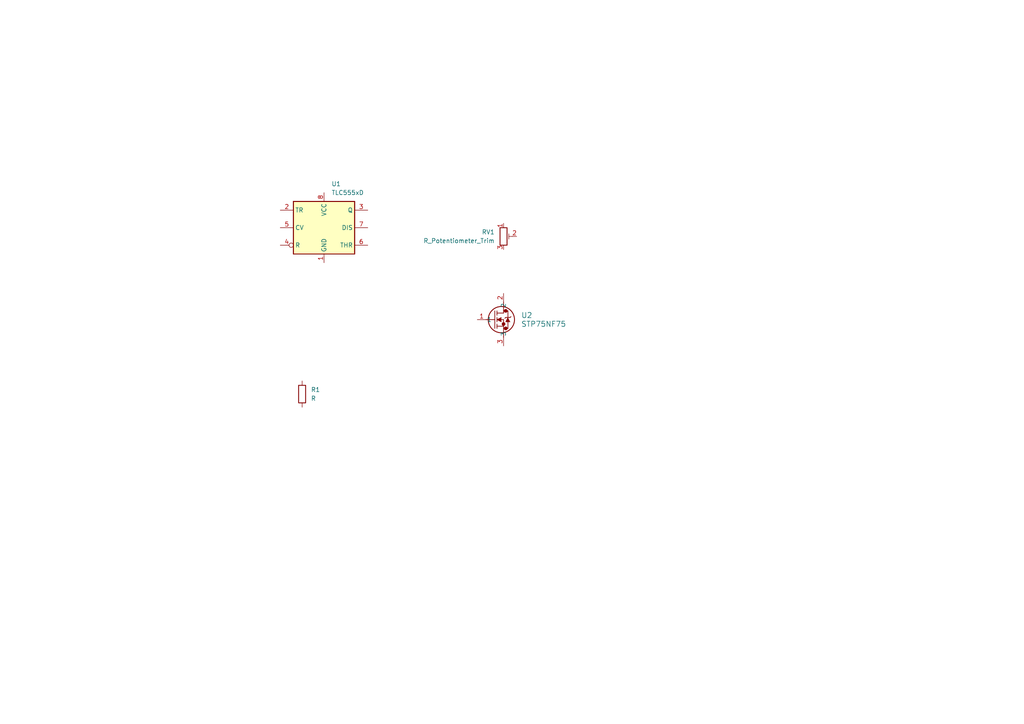
<source format=kicad_sch>
(kicad_sch (version 20250114) (generator "eeschema") (generator_version "9.0")
  (paper "A4")
  (lib_symbols
    (symbol "Device:R" (pin_numbers (hide yes)) (pin_names (offset 0))
      (property "Reference" "R" (at 2.032 0 90))
      (property "Value" "R" (at 0 0 90))
      (symbol "R_0_1"
        (rectangle (start -1.016 -2.54) (end 1.016 2.54) (stroke (width 0.254)))
      )
      (symbol "R_1_1"
        (pin passive line (at 0 3.81 270) (length 1.27) (name "~") (number "1"))
        (pin passive line (at 0 -3.81 90) (length 1.27) (name "~") (number "2"))
      )
    )
    (symbol "Device:R_Potentiometer_Trim" (pin_names (offset 1.016) (hide yes))
      (property "Reference" "RV" (at -4.445 0 90))
      (property "Value" "R_Potentiometer_Trim" (at -2.54 0 90))
      (symbol "R_Potentiometer_Trim_0_1"
        (rectangle (start 1.016 2.54) (end -1.016 -2.54) (stroke (width 0.254)))
        (polyline (pts (xy 1.524 0.762) (xy 1.524 -0.762)))
        (polyline (pts (xy 2.54 0) (xy 1.524 0)))
      )
      (symbol "R_Potentiometer_Trim_1_1"
        (pin passive line (at 0 3.81 270) (length 1.27) (name "1") (number "1"))
        (pin passive line (at 0 -3.81 90) (length 1.27) (name "3") (number "3"))
        (pin passive line (at 3.81 0 180) (length 1.27) (name "2") (number "2"))
      )
    )
    (symbol "STP75NF75:STP75NF75" (pin_names (offset 0.254))
      (property "Reference" "U" (at 11.43 1.905 0))
      (property "Value" "STP75NF75" (at 11.43 -2.54 0))
      (symbol "STP75NF75_1_1"
        (polyline (pts (xy 2.54 0) (xy 5.08 0)) (stroke (width 0.2032)))
        (polyline (pts (xy 5.08 -2.54) (xy 5.08 2.54)) (stroke (width 0.2032)))
        (polyline (pts (xy 5.715 1.905) (xy 7.62 1.905)) (stroke (width 0.2032)))
        (polyline (pts (xy 5.715 1.27) (xy 5.715 2.54)) (stroke (width 0.2032)))
        (polyline (pts (xy 5.715 -0.635) (xy 5.715 0.635)) (stroke (width 0.2032)))
        (polyline (pts (xy 5.715 -1.905) (xy 7.62 -1.905)) (stroke (width 0.2032)))
        (polyline (pts (xy 5.715 -2.54) (xy 5.715 -1.27)) (stroke (width 0.2032)))
        (polyline (pts (xy 6.985 0.635) (xy 5.715 0) (xy 6.985 -0.635)) (fill (type outline)))
        (polyline (pts (xy 6.985 0) (xy 7.62 0)) (stroke (width 0.2032)))
        (circle (center 6.985 0) (radius 3.81) (stroke (width 0.254)))
        (polyline (pts (xy 7.62 2.54) (xy 8.89 2.54)) (stroke (width 0.2032)))
        (polyline (pts (xy 7.62 1.905) (xy 7.62 5.08)) (stroke (width 0.2032)))
        (circle (center 7.62 -1.27) (radius 0.0254) (stroke (width 0.508)))
        (polyline (pts (xy 7.62 -2.54) (xy 8.89 -2.54)) (stroke (width 0.2032)))
        (polyline (pts (xy 7.62 -5.08) (xy 7.62 0)) (stroke (width 0.2032)))
        (circle (center 8.255 2.54) (radius 0.0254) (stroke (width 0.508)))
        (polyline (pts (xy 8.255 0.635) (xy 8.001 0.381)) (stroke (width 0.2032)))
        (circle (center 8.255 -2.54) (radius 0.0254) (stroke (width 0.508)))
        (polyline (pts (xy 8.89 0.635) (xy 8.89 2.54)) (stroke (width 0.2032)))
        (polyline (pts (xy 8.89 -2.54) (xy 8.89 -0.635)) (stroke (width 0.2032)))
        (polyline (pts (xy 9.525 0.635) (xy 8.255 0.635)) (stroke (width 0.2032)))
        (polyline (pts (xy 9.525 -0.635) (xy 8.255 -0.635) (xy 8.89 0.635)) (fill (type outline)))
        (polyline (pts (xy 9.779 0.889) (xy 9.525 0.635)) (stroke (width 0.2032)))
        (pin unspecified line (at 0 0 0) (length 2.54) (name "1") (number "1"))
        (pin unspecified line (at 7.62 7.62 270) (length 2.54) (name "2") (number "2"))
        (pin unspecified line (at 7.62 -7.62 90) (length 2.54) (name "3") (number "3"))
      )
    )
    (symbol "Timer:TLC555xD"
      (property "Reference" "U" (at -10.16 8.89 0))
      (property "Value" "TLC555xD" (at 2.54 8.89 0))
      (symbol "TLC555xD_0_0"
        (pin power_in line (at 0 10.16 270) (length 2.54) (name "VCC") (number "8"))
        (pin power_in line (at 0 -10.16 90) (length 2.54) (name "GND") (number "1"))
      )
      (symbol "TLC555xD_0_1"
        (rectangle (start -8.89 -7.62) (end 8.89 7.62) (stroke (width 0.254)) (fill (type background)))
        (rectangle (start -8.89 -7.62) (end 8.89 7.62) (stroke (width 0.254)) (fill (type background)))
      )
      (symbol "TLC555xD_1_1"
        (pin input line (at -12.7 5.08 0) (length 3.81) (name "TR") (number "2"))
        (pin input line (at -12.7 0 0) (length 3.81) (name "CV") (number "5"))
        (pin input inverted (at -12.7 -5.08 0) (length 3.81) (name "R") (number "4"))
        (pin output line (at 12.7 5.08 180) (length 3.81) (name "Q") (number "3"))
        (pin input line (at 12.7 0 180) (length 3.81) (name "DIS") (number "7"))
        (pin input line (at 12.7 -5.08 180) (length 3.81) (name "THR") (number "6"))
      )
    )
  )
  (symbol (lib_id "Device:R_Potentiometer_Trim") (at 146.05 68.58 0) (unit 1)
    (property "Reference" "RV1" (at 143.51 67.3099 0) (effects (justify right)))
    (property "Value" "R_Potentiometer_Trim" (at 143.51 69.8499 0) (effects (justify right)))
    (property "Description" "Trim-potentiometer" (effects (hide yes)))
  )
  (symbol (lib_id "STP75NF75:STP75NF75") (at 138.43 92.71 0) (unit 1)
    (property "Reference" "U2" (at 151.13 91.4399 0) (effects (font (size 1.524 1.524)) (justify left)))
    (property "Value" "STP75NF75" (at 151.13 93.9799 0) (effects (font (size 1.524 1.524)) (justify left)))
    (property "Footprint" "TO-220_STM" (effects (hide yes)))
    (property "Datasheet" "https://www.st.com/resource/en/datasheet/stb75nf75.pdf" (effects (hide yes)))
  )
  (symbol (lib_id "Timer:TLC555xD") (at 93.98 66.04 0) (unit 1)
    (property "Reference" "U1" (at 96.1233 53.34 0) (effects (justify left)))
    (property "Value" "TLC555xD" (at 96.1233 55.88 0) (effects (justify left)))
    (property "Footprint" "Package_SO:SOIC-8_3.9x4.9mm_P1.27mm" (effects (hide yes)))
    (property "Datasheet" "http://www.ti.com/lit/ds/symlink/tlc555.pdf" (effects (hide yes)))
    (property "Description" "Single LinCMOS Timer, 555 compatible, SOIC-8" (effects (hide yes)))
  )
  (symbol (lib_id "Device:R") (at 87.63 114.3 0) (unit 1)
    (property "Reference" "R1" (at 90.17 113.0299 0) (effects (justify left)))
    (property "Value" "R" (at 90.17 115.5699 0) (effects (justify left)))
    (property "Description" "Resistor" (effects (hide yes)))
  )
)
</source>
